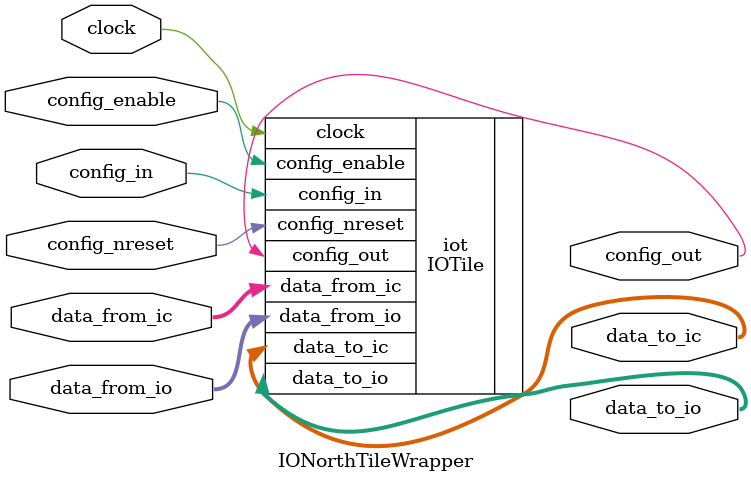
<source format=v>
module IONorthTileWrapper (
    input [3:0] data_from_io,
    output [3:0] data_to_io,
    input [9:0] data_from_ic,
    output [9:0] data_to_ic,
    input clock,
    input config_in,
    output config_out,
    input config_enable,
    input config_nreset
);
    IOTile #(.IO_PAIRS(4), .IC_PAIRS(10)) iot(
        .data_from_io(data_from_io),
        .data_to_io(data_to_io),
        .data_from_ic(data_from_ic),
        .data_to_ic(data_to_ic),
        .clock(clock),
        .config_in(config_in),
        .config_out(config_out),
        .config_enable(config_enable),
        .config_nreset(config_nreset)
    );
endmodule
</source>
